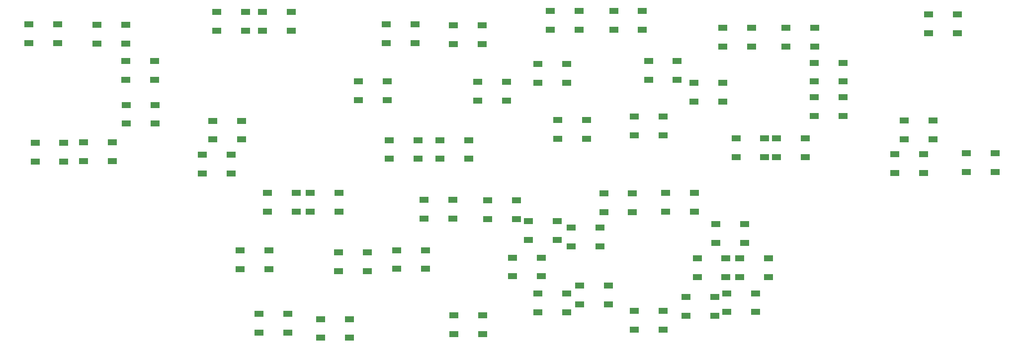
<source format=gbr>
%TF.GenerationSoftware,KiCad,Pcbnew,(5.1.6)-1*%
%TF.CreationDate,2020-11-25T11:54:25+11:00*%
%TF.ProjectId,HUD Panel PCB V1,48554420-5061-46e6-956c-205043422056,rev?*%
%TF.SameCoordinates,Original*%
%TF.FileFunction,Paste,Top*%
%TF.FilePolarity,Positive*%
%FSLAX46Y46*%
G04 Gerber Fmt 4.6, Leading zero omitted, Abs format (unit mm)*
G04 Created by KiCad (PCBNEW (5.1.6)-1) date 2020-11-25 11:54:25*
%MOMM*%
%LPD*%
G01*
G04 APERTURE LIST*
%ADD10R,1.500000X1.000000*%
G04 APERTURE END LIST*
D10*
%TO.C,D56*%
X230581000Y-67157600D03*
X230581000Y-70357600D03*
X235481000Y-67157600D03*
X235481000Y-70357600D03*
%TD*%
%TO.C,D55*%
X224079000Y-43434000D03*
X224079000Y-46634000D03*
X228979000Y-43434000D03*
X228979000Y-46634000D03*
%TD*%
%TO.C,D54*%
X219992000Y-61518800D03*
X219992000Y-64718800D03*
X224892000Y-61518800D03*
X224892000Y-64718800D03*
%TD*%
%TO.C,D53*%
X218327000Y-67284800D03*
X218327000Y-70484800D03*
X223227000Y-67284800D03*
X223227000Y-70484800D03*
%TD*%
%TO.C,D52*%
X204650000Y-57556400D03*
X204650000Y-60756400D03*
X209550000Y-57556400D03*
X209550000Y-60756400D03*
%TD*%
%TO.C,D51*%
X204611000Y-51689200D03*
X204611000Y-54889200D03*
X209511000Y-51689200D03*
X209511000Y-54889200D03*
%TD*%
%TO.C,D50*%
X199836000Y-45694800D03*
X199836000Y-48894800D03*
X204736000Y-45694800D03*
X204736000Y-48894800D03*
%TD*%
%TO.C,D49*%
X198222000Y-64617600D03*
X198222000Y-67817600D03*
X203122000Y-64617600D03*
X203122000Y-67817600D03*
%TD*%
%TO.C,D48*%
X191911000Y-85115600D03*
X191911000Y-88315600D03*
X196811000Y-85115600D03*
X196811000Y-88315600D03*
%TD*%
%TO.C,D47*%
X191301000Y-64592400D03*
X191301000Y-67792400D03*
X196201000Y-64592400D03*
X196201000Y-67792400D03*
%TD*%
%TO.C,D46*%
X189726000Y-91059200D03*
X189726000Y-94259200D03*
X194626000Y-91059200D03*
X194626000Y-94259200D03*
%TD*%
%TO.C,D45*%
X187898000Y-79222800D03*
X187898000Y-82422800D03*
X192798000Y-79222800D03*
X192798000Y-82422800D03*
%TD*%
%TO.C,D44*%
X189078000Y-45720000D03*
X189078000Y-48920000D03*
X193978000Y-45720000D03*
X193978000Y-48920000D03*
%TD*%
%TO.C,D43*%
X184138000Y-55143600D03*
X184138000Y-58343600D03*
X189038000Y-55143600D03*
X189038000Y-58343600D03*
%TD*%
%TO.C,D42*%
X184697000Y-85115600D03*
X184697000Y-88315600D03*
X189597000Y-85115600D03*
X189597000Y-88315600D03*
%TD*%
%TO.C,D41*%
X182829000Y-91694000D03*
X182829000Y-94894000D03*
X187729000Y-91694000D03*
X187729000Y-94894000D03*
%TD*%
%TO.C,D40*%
X179312000Y-73939600D03*
X179312000Y-77139600D03*
X184212000Y-73939600D03*
X184212000Y-77139600D03*
%TD*%
%TO.C,D39*%
X176405000Y-51358800D03*
X176405000Y-54558800D03*
X181305000Y-51358800D03*
X181305000Y-54558800D03*
%TD*%
%TO.C,D38*%
X174018000Y-60858400D03*
X174018000Y-64058400D03*
X178918000Y-60858400D03*
X178918000Y-64058400D03*
%TD*%
%TO.C,D37*%
X173978000Y-94056400D03*
X173978000Y-97256400D03*
X178878000Y-94056400D03*
X178878000Y-97256400D03*
%TD*%
%TO.C,D36*%
X170473000Y-42850000D03*
X170473000Y-46050000D03*
X175373000Y-42850000D03*
X175373000Y-46050000D03*
%TD*%
%TO.C,D35*%
X168785000Y-74015600D03*
X168785000Y-77215600D03*
X173685000Y-74015600D03*
X173685000Y-77215600D03*
%TD*%
%TO.C,D34*%
X164643000Y-89763600D03*
X164643000Y-92963600D03*
X169543000Y-89763600D03*
X169543000Y-92963600D03*
%TD*%
%TO.C,D33*%
X163271000Y-79857600D03*
X163271000Y-83057600D03*
X168171000Y-79857600D03*
X168171000Y-83057600D03*
%TD*%
%TO.C,D32*%
X160974000Y-61493600D03*
X160974000Y-64693600D03*
X165874000Y-61493600D03*
X165874000Y-64693600D03*
%TD*%
%TO.C,D31*%
X159704000Y-42850000D03*
X159704000Y-46050000D03*
X164604000Y-42850000D03*
X164604000Y-46050000D03*
%TD*%
%TO.C,D30*%
X157582000Y-51866800D03*
X157582000Y-55066800D03*
X162482000Y-51866800D03*
X162482000Y-55066800D03*
%TD*%
%TO.C,D29*%
X157582000Y-91084400D03*
X157582000Y-94284400D03*
X162482000Y-91084400D03*
X162482000Y-94284400D03*
%TD*%
%TO.C,D28*%
X155944000Y-78765600D03*
X155944000Y-81965600D03*
X160844000Y-78765600D03*
X160844000Y-81965600D03*
%TD*%
%TO.C,D27*%
X153252000Y-84963200D03*
X153252000Y-88163200D03*
X158152000Y-84963200D03*
X158152000Y-88163200D03*
%TD*%
%TO.C,D26*%
X148996000Y-75184000D03*
X148996000Y-78384000D03*
X153896000Y-75184000D03*
X153896000Y-78384000D03*
%TD*%
%TO.C,D25*%
X147308000Y-54940400D03*
X147308000Y-58140400D03*
X152208000Y-54940400D03*
X152208000Y-58140400D03*
%TD*%
%TO.C,D24*%
X143244000Y-94818400D03*
X143244000Y-98018400D03*
X148144000Y-94818400D03*
X148144000Y-98018400D03*
%TD*%
%TO.C,D23*%
X143205000Y-45262800D03*
X143205000Y-48462800D03*
X148105000Y-45262800D03*
X148105000Y-48462800D03*
%TD*%
%TO.C,D22*%
X140857000Y-64897200D03*
X140857000Y-68097200D03*
X145757000Y-64897200D03*
X145757000Y-68097200D03*
%TD*%
%TO.C,D21*%
X138164000Y-75108000D03*
X138164000Y-78308000D03*
X143064000Y-75108000D03*
X143064000Y-78308000D03*
%TD*%
%TO.C,D20*%
X133491000Y-83693200D03*
X133491000Y-86893200D03*
X138391000Y-83693200D03*
X138391000Y-86893200D03*
%TD*%
%TO.C,D19*%
X131764000Y-45136000D03*
X131764000Y-48336000D03*
X136664000Y-45136000D03*
X136664000Y-48336000D03*
%TD*%
%TO.C,D18*%
X132221000Y-64897200D03*
X132221000Y-68097200D03*
X137121000Y-64897200D03*
X137121000Y-68097200D03*
%TD*%
%TO.C,D17*%
X126988000Y-54838800D03*
X126988000Y-58038800D03*
X131888000Y-54838800D03*
X131888000Y-58038800D03*
%TD*%
%TO.C,D16*%
X123596000Y-84074000D03*
X123596000Y-87274000D03*
X128496000Y-84074000D03*
X128496000Y-87274000D03*
%TD*%
%TO.C,D15*%
X120599000Y-95453200D03*
X120599000Y-98653200D03*
X125499000Y-95453200D03*
X125499000Y-98653200D03*
%TD*%
%TO.C,D14*%
X118810000Y-73888800D03*
X118810000Y-77088800D03*
X123710000Y-73888800D03*
X123710000Y-77088800D03*
%TD*%
%TO.C,D13*%
X111494000Y-73939600D03*
X111494000Y-77139600D03*
X116394000Y-73939600D03*
X116394000Y-77139600D03*
%TD*%
%TO.C,D12*%
X110631000Y-43002400D03*
X110631000Y-46202400D03*
X115531000Y-43002400D03*
X115531000Y-46202400D03*
%TD*%
%TO.C,D11*%
X110084000Y-94589600D03*
X110084000Y-97789600D03*
X114984000Y-94589600D03*
X114984000Y-97789600D03*
%TD*%
%TO.C,D10*%
X106832000Y-83718400D03*
X106832000Y-86918400D03*
X111732000Y-83718400D03*
X111732000Y-86918400D03*
%TD*%
%TO.C,D9*%
X102870000Y-42976800D03*
X102870000Y-46176800D03*
X107770000Y-42976800D03*
X107770000Y-46176800D03*
%TD*%
%TO.C,D8*%
X102198000Y-61595200D03*
X102198000Y-64795200D03*
X107098000Y-61595200D03*
X107098000Y-64795200D03*
%TD*%
%TO.C,D7*%
X100381000Y-67411600D03*
X100381000Y-70611600D03*
X105281000Y-67411600D03*
X105281000Y-70611600D03*
%TD*%
%TO.C,D6*%
X87426800Y-58877200D03*
X87426800Y-62077200D03*
X92326800Y-58877200D03*
X92326800Y-62077200D03*
%TD*%
%TO.C,D5*%
X87364400Y-51384400D03*
X87364400Y-54584400D03*
X92264400Y-51384400D03*
X92264400Y-54584400D03*
%TD*%
%TO.C,D4*%
X82499200Y-45212000D03*
X82499200Y-48412000D03*
X87399200Y-45212000D03*
X87399200Y-48412000D03*
%TD*%
%TO.C,D3*%
X80190000Y-65278000D03*
X80190000Y-68478000D03*
X85090000Y-65278000D03*
X85090000Y-68478000D03*
%TD*%
%TO.C,D2*%
X71921200Y-65354400D03*
X71921200Y-68554400D03*
X76821200Y-65354400D03*
X76821200Y-68554400D03*
%TD*%
%TO.C,D1*%
X70854400Y-45136000D03*
X70854400Y-48336000D03*
X75754400Y-45136000D03*
X75754400Y-48336000D03*
%TD*%
M02*

</source>
